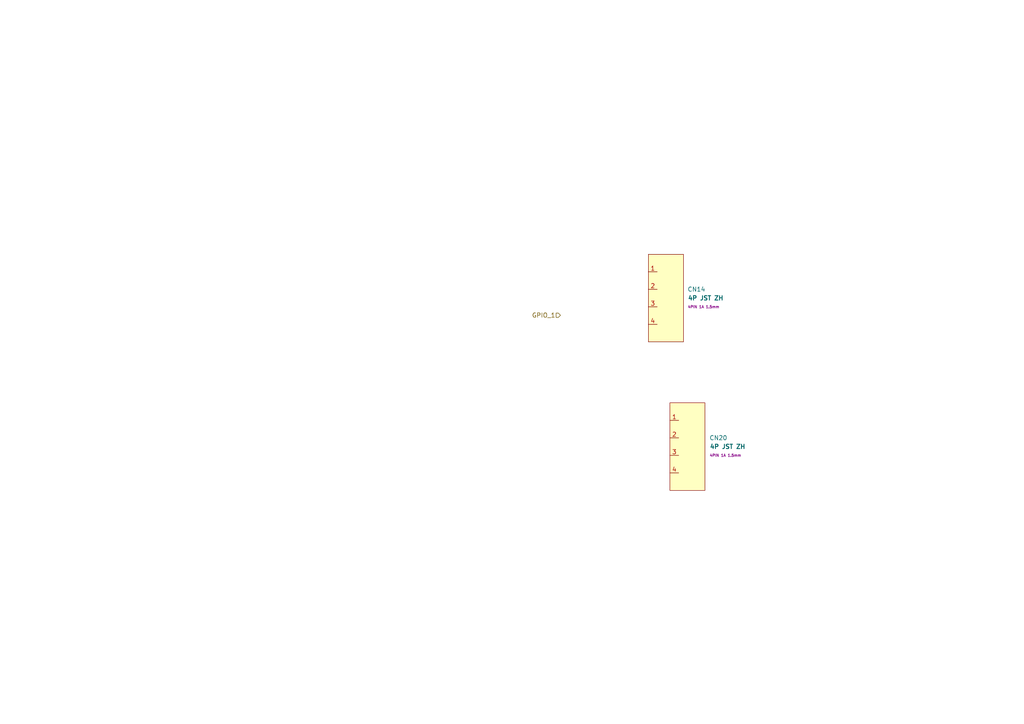
<source format=kicad_sch>
(kicad_sch (version 20231120) (generator "eeschema") (generator_version "8.0")
  (paper "A4")
  (lib_symbols
    (symbol "EASYEDA2KICAD:JST_ZH_4PIN_1A_50V" (pin_names hide)
      (property "Reference" "CN" (at 0 19.05 0))
      (property "Value" "4P JST ZH" (at 0 16.51 0))
      (property "Extra Values" "4PIN 1A 1.5mm " (at 0 13.97 0))
      (symbol "JST_ZH_4PIN_1A_50V_0_1"
        (rectangle (start -5.08 12.7) (end 5.08 -12.7) (fill (type background)))
      )
      (symbol "JST_ZH_4PIN_1A_50V_1_1"
        (pin passive line (at -5.08 7.62 0) (length 2.54) (name "1") (number "1"))
        (pin passive line (at -5.08 2.54 0) (length 2.54) (name "2") (number "2"))
        (pin passive line (at -5.08 -2.54 0) (length 2.54) (name "3") (number "3"))
        (pin passive line (at -5.08 -7.62 0) (length 2.54) (name "4") (number "4"))
      )
    )
  )
  (hierarchical_label "GPIO_1" (shape input) (at 162.56 91.44 180))
  (symbol (lib_id "EASYEDA2KICAD:JST_ZH_4PIN_1A_50V") (at 193.1505 86.4569 0) (unit 1)
    (property "Reference" "CN14" (at 199.39 83.9168 0) (effects (justify left)))
    (property "Value" "4P JST ZH" (at 199.39 86.4569 0) (effects (font (bold yes)) (justify left)))
    (property "Footprint" "EASYEDA2KICAD:CONN-TH_B4B-ZR-3.4-LF-SN" (effects (hide yes)))
    (property "Datasheet" "https://lcsc.com/product-detail/ZH-Connectors-1-5mm_JST_B4B-ZR-3-4-LF-SN_ZHsocket-1-4P-pitch1-5mm_C163034.html" (effects (hide yes)))
    (property "LCSC Part" "C163034" (effects (hide yes)))
    (property "Extra Values" "4PIN 1A 1.5mm " (at 199.39 88.9968 0) (effects (font (size 0.762 0.762) (bold yes)) (justify left)))
  )
  (symbol (lib_id "EASYEDA2KICAD:JST_ZH_4PIN_1A_50V") (at 199.39 129.54 0) (unit 1)
    (property "Reference" "CN20" (at 205.74 126.9999 0) (effects (justify left)))
    (property "Value" "4P JST ZH" (at 205.74 129.54 0) (effects (font (bold yes)) (justify left)))
    (property "Footprint" "EASYEDA2KICAD:CONN-TH_B4B-ZR-3.4-LF-SN" (effects (hide yes)))
    (property "Datasheet" "https://lcsc.com/product-detail/ZH-Connectors-1-5mm_JST_B4B-ZR-3-4-LF-SN_ZHsocket-1-4P-pitch1-5mm_C163034.html" (effects (hide yes)))
    (property "LCSC Part" "C163034" (effects (hide yes)))
    (property "Extra Values" "4PIN 1A 1.5mm " (at 205.74 132.0799 0) (effects (font (size 0.762 0.762) (bold yes)) (justify left)))
  )
)
</source>
